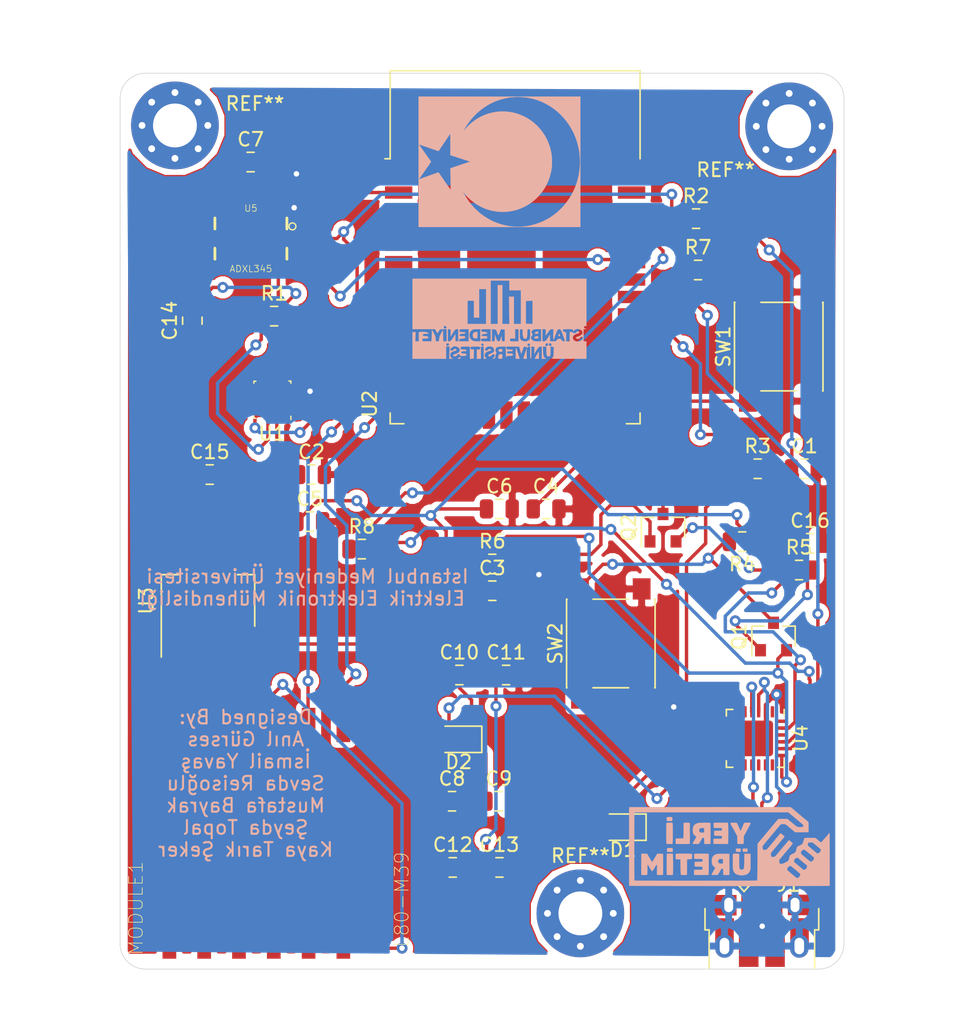
<source format=kicad_pcb>
(kicad_pcb (version 20171130) (host pcbnew "(5.0.1-3-g963ef8bb5)")
  (layers (0 F.Cu signal) (31 B.Cu signal) (34 B.Paste user) (35 F.Paste user) (36 B.SilkS user) (37 F.SilkS user) (38 B.Mask user) (39 F.Mask user) (44 Edge.Cuts user))
  (net 0 "")
  (net 1 GND)
  (net 2 en)
  (net 3 IOBoot)
  (net 4 +5V)
  (net 5 vcc)
  (net 6 "Net-(D1-Pad2)")
  (net 7 d-)
  (net 8 d+)
  (net 9 "Net-(J1-Pad4)")
  (net 10 rts)
  (net 11 "Net-(Q1-Pad1)")
  (net 12 "Net-(Q2-Pad1)")
  (net 13 dtr)
  (net 14 sda)
  (net 15 scl)
  (net 16 IO5)
  (net 17 txtorx)
  (net 18 "Net-(R7-Pad2)")
  (net 19 "Net-(R8-Pad2)")
  (net 20 rxtotx)
  (net 21 "Net-(U4-Pad1)")
  (net 22 "Net-(U4-Pad5)")
  (net 23 "Net-(U4-Pad6)")
  (net 24 "Net-(U4-Pad9)")
  (net 25 "Net-(U4-Pad10)")
  (net 26 "Net-(U4-Pad11)")
  (net 27 "Net-(U4-Pad12)")
  (net 28 "Net-(U4-Pad13)")
  (net 29 "Net-(U4-Pad14)")
  (net 30 "Net-(U4-Pad15)")
  (net 31 "Net-(U4-Pad16)")
  (net 32 "Net-(U4-Pad17)")
  (net 33 "Net-(U4-Pad18)")
  (net 34 "Net-(U4-Pad22)")
  (net 35 "Net-(U4-Pad24)")
  (net 36 "Net-(U2-Pad37)")
  (net 37 "Net-(U2-Pad32)")
  (net 38 "Net-(U2-Pad31)")
  (net 39 "Net-(U2-Pad30)")
  (net 40 "Net-(U2-Pad28)")
  (net 41 "Net-(U2-Pad27)")
  (net 42 "Net-(U2-Pad26)")
  (net 43 "Net-(U2-Pad24)")
  (net 44 "Net-(U2-Pad23)")
  (net 45 "Net-(U2-Pad22)")
  (net 46 "Net-(U2-Pad21)")
  (net 47 "Net-(U2-Pad20)")
  (net 48 "Net-(U2-Pad19)")
  (net 49 "Net-(U2-Pad18)")
  (net 50 "Net-(U2-Pad17)")
  (net 51 "Net-(U2-Pad16)")
  (net 52 "Net-(U2-Pad12)")
  (net 53 "Net-(U2-Pad11)")
  (net 54 "Net-(U2-Pad10)")
  (net 55 "Net-(U2-Pad9)")
  (net 56 "Net-(U2-Pad8)")
  (net 57 "Net-(U2-Pad7)")
  (net 58 "Net-(U2-Pad6)")
  (net 59 "Net-(U2-Pad5)")
  (net 60 "Net-(U2-Pad4)")
  (net 61 "Net-(U2-Pad3)")
  (net 62 vccad)
  (net 63 gpsrx)
  (net 64 gpstx)
  (net 65 "Net-(MODULE1-Pad12)")
  (net 66 "Net-(MODULE1-Pad6)")
  (net 67 "Net-(MODULE1-Pad7)")
  (net 68 "Net-(MODULE1-Pad8)")
  (net 69 "Net-(MODULE1-Pad10)")
  (net 70 "Net-(MODULE1-Pad11)")
  (net 71 "Net-(U5-Pad3)")
  (net 72 "Net-(U5-Pad12)")
  (net 73 "Net-(U5-Pad11)")
  (net 74 "Net-(U5-Pad10)")
  (net 75 "Net-(U5-Pad9)")
  (net 76 "Net-(U5-Pad8)")
  (net 77 "Net-(U5-Pad7)")
  (module Capacitor_SMD:C_0805_2012Metric (layer F.Cu) (at 222.916001 79.521501)
    (fp_text reference C1 (at 0 -1.65) (layer F.SilkS))
    (fp_text value 100n)
    (pad 1 smd roundrect (at -0.9375 0) (size 0.975 1.4) (layers F.Cu F.Paste F.Mask) (net 62 vccad))
    (pad 2 smd roundrect (at 0.9375 0) (size 0.975 1.4) (layers F.Cu F.Paste F.Mask) (net 1 GND))
  )
  (module Capacitor_SMD:C_0805_2012Metric (layer F.Cu) (at 186.944 79.9465)
    (fp_text reference C2 (at 0 -1.65) (layer F.SilkS))
    (fp_text value 100n)
    (pad 2 smd roundrect (at 0.9375 0) (size 0.975 1.4) (layers F.Cu F.Paste F.Mask) (net 1 GND))
    (pad 1 smd roundrect (at -0.9375 0) (size 0.975 1.4) (layers F.Cu F.Paste F.Mask) (net 62 vccad))
  )
  (module Capacitor_SMD:C_0805_2012Metric (layer F.Cu) (at 200.138001 88.416501)
    (fp_text reference C3 (at 0 -1.65) (layer F.SilkS))
    (fp_text value 1nF)
    (pad 2 smd roundrect (at 0.9375 0) (size 0.975 1.4) (layers F.Cu F.Paste F.Mask) (net 1 GND))
    (pad 1 smd roundrect (at -0.9375 0) (size 0.975 1.4) (layers F.Cu F.Paste F.Mask) (net 2 en))
  )
  (module Capacitor_SMD:C_0805_2012Metric (layer F.Cu) (at 204.063501 82.451501)
    (fp_text reference C4 (at 0 -1.65) (layer F.SilkS))
    (fp_text value 1nF)
    (pad 1 smd roundrect (at -0.9375 0) (size 0.975 1.4) (layers F.Cu F.Paste F.Mask) (net 3 IOBoot))
    (pad 2 smd roundrect (at 0.9375 0) (size 0.975 1.4) (layers F.Cu F.Paste F.Mask) (net 1 GND))
  )
  (module Capacitor_SMD:C_0805_2012Metric (layer F.Cu) (at 186.817 83.3755)
    (fp_text reference C5 (at 0 -1.65) (layer F.SilkS))
    (fp_text value 100uF)
    (pad 1 smd roundrect (at -0.9375 0) (size 0.975 1.4) (layers F.Cu F.Paste F.Mask) (net 62 vccad))
    (pad 2 smd roundrect (at 0.9375 0) (size 0.975 1.4) (layers F.Cu F.Paste F.Mask) (net 1 GND))
  )
  (module Capacitor_SMD:C_0805_2012Metric (layer F.Cu) (at 200.653501 82.451501)
    (fp_text reference C6 (at 0 -1.65) (layer F.SilkS))
    (fp_text value 0.1uF)
    (pad 2 smd roundrect (at 0.9375 0) (size 0.975 1.4) (layers F.Cu F.Paste F.Mask) (net 1 GND))
    (pad 1 smd roundrect (at -0.9375 0) (size 0.975 1.4) (layers F.Cu F.Paste F.Mask) (net 62 vccad))
  )
  (module Capacitor_SMD:C_0805_2012Metric (layer F.Cu) (at 182.499 57.15)
    (fp_text reference C7 (at 0 -1.65) (layer F.SilkS))
    (fp_text value 10uF)
    (pad 1 smd roundrect (at -0.9375 0) (size 0.975 1.4) (layers F.Cu F.Paste F.Mask) (net 62 vccad))
    (pad 2 smd roundrect (at 0.9375 0) (size 0.975 1.4) (layers F.Cu F.Paste F.Mask) (net 1 GND))
  )
  (module Capacitor_SMD:C_0805_2012Metric (layer F.Cu) (at 197.200001 103.772001)
    (fp_text reference C8 (at 0 -1.65) (layer F.SilkS))
    (fp_text value 0.1uF)
    (pad 2 smd roundrect (at 0.9375 0) (size 0.975 1.4) (layers F.Cu F.Paste F.Mask) (net 1 GND))
    (pad 1 smd roundrect (at -0.9375 0) (size 0.975 1.4) (layers F.Cu F.Paste F.Mask) (net 4 +5V))
  )
  (module Capacitor_SMD:C_0805_2012Metric (layer F.Cu) (at 200.610001 103.772001)
    (fp_text reference C9 (at 0 -1.65) (layer F.SilkS))
    (fp_text value 0.1uF)
    (pad 1 smd roundrect (at -0.9375 0) (size 0.975 1.4) (layers F.Cu F.Paste F.Mask) (net 5 vcc))
    (pad 2 smd roundrect (at 0.9375 0) (size 0.975 1.4) (layers F.Cu F.Paste F.Mask) (net 1 GND))
  )
  (module Capacitor_SMD:C_0805_2012Metric (layer F.Cu) (at 197.733501 94.564501)
    (fp_text reference C10 (at 0 -1.65) (layer F.SilkS))
    (fp_text value 10uF)
    (pad 2 smd roundrect (at 0.9375 0) (size 0.975 1.4) (layers F.Cu F.Paste F.Mask) (net 1 GND))
    (pad 1 smd roundrect (at -0.9375 0) (size 0.975 1.4) (layers F.Cu F.Paste F.Mask) (net 5 vcc))
  )
  (module Capacitor_SMD:C_0805_2012Metric (layer F.Cu) (at 201.143501 94.564501)
    (fp_text reference C11 (at 0 -1.65) (layer F.SilkS))
    (fp_text value 0.1uF)
    (pad 1 smd roundrect (at -0.9375 0) (size 0.975 1.4) (layers F.Cu F.Paste F.Mask) (net 62 vccad))
    (pad 2 smd roundrect (at 0.9375 0) (size 0.975 1.4) (layers F.Cu F.Paste F.Mask) (net 1 GND))
  )
  (module Capacitor_SMD:C_0805_2012Metric (layer F.Cu) (at 197.251001 108.598001)
    (fp_text reference C12 (at 0 -1.65) (layer F.SilkS))
    (fp_text value 0.1uF)
    (pad 1 smd roundrect (at -0.9375 0) (size 0.975 1.4) (layers F.Cu F.Paste F.Mask) (net 1 GND))
    (pad 2 smd roundrect (at 0.9375 0) (size 0.975 1.4) (layers F.Cu F.Paste F.Mask) (net 62 vccad))
  )
  (module Capacitor_SMD:C_0805_2012Metric (layer F.Cu) (at 200.661001 108.598001)
    (fp_text reference C13 (at 0 -1.65) (layer F.SilkS))
    (fp_text value 10uF)
    (pad 2 smd roundrect (at 0.9375 0) (size 0.975 1.4) (layers F.Cu F.Paste F.Mask) (net 1 GND))
    (pad 1 smd roundrect (at -0.9375 0) (size 0.975 1.4) (layers F.Cu F.Paste F.Mask) (net 62 vccad))
  )
  (module Capacitor_SMD:C_0805_2012Metric (layer F.Cu) (at 178.2445 68.722 90)
    (fp_text reference C14 (at 0 -1.65 90) (layer F.SilkS))
    (fp_text value 10uF)
    (pad 2 smd roundrect (at 0.9375 0 90) (size 0.975 1.4) (layers F.Cu F.Paste F.Mask) (net 62 vccad))
    (pad 1 smd roundrect (at -0.9375 0 90) (size 0.975 1.4) (layers F.Cu F.Paste F.Mask) (net 1 GND))
  )
  (module Capacitor_SMD:C_0805_2012Metric (layer F.Cu) (at 179.5145 79.9465)
    (fp_text reference C15 (at 0 -1.65) (layer F.SilkS))
    (fp_text value 100nF)
    (pad 2 smd roundrect (at 0.9375 0) (size 0.975 1.4) (layers F.Cu F.Paste F.Mask) (net 62 vccad))
    (pad 1 smd roundrect (at -0.9375 0) (size 0.975 1.4) (layers F.Cu F.Paste F.Mask) (net 1 GND))
  )
  (module Capacitor_SMD:C_0805_2012Metric (layer F.Cu) (at 223.334501 84.959001)
    (fp_text reference C16 (at 0 -1.65) (layer F.SilkS))
    (fp_text value 100nF)
    (pad 1 smd roundrect (at -0.9375 0) (size 0.975 1.4) (layers F.Cu F.Paste F.Mask) (net 62 vccad))
    (pad 2 smd roundrect (at 0.9375 0) (size 0.975 1.4) (layers F.Cu F.Paste F.Mask) (net 1 GND))
  )
  (module LED_SMD:LED_0805_2012Metric (layer F.Cu) (at 209.677 105.664 180)
    (fp_text reference D1 (at 0 -1.65 180) (layer F.SilkS))
    (fp_text value LED)
    (pad 1 smd roundrect (at -0.9375 0 180) (size 0.975 1.4) (layers F.Cu F.Paste F.Mask) (net 1 GND))
    (pad 2 smd roundrect (at 0.9375 0 180) (size 0.975 1.4) (layers F.Cu F.Paste F.Mask) (net 6 "Net-(D1-Pad2)"))
  )
  (module Diode_SMD:D_0805_2012Metric (layer F.Cu) (at 197.687499 99.255999 180)
    (fp_text reference D2 (at 0 -1.65 180) (layer F.SilkS))
    (fp_text value D)
    (pad 1 smd roundrect (at -0.9375 0 180) (size 0.975 1.4) (layers F.Cu F.Paste F.Mask) (net 5 vcc))
    (pad 2 smd roundrect (at 0.9375 0 180) (size 0.975 1.4) (layers F.Cu F.Paste F.Mask) (net 4 +5V))
  )
  (module Connector_USB:USB_Micro-B_Amphenol_10103594-0001LF_Horizontal (layer F.Cu) (at 219.837 113.2205)
    (fp_text reference J1 (at 1.925 -3.365) (layer F.SilkS))
    (fp_text value USB_B_Micro)
    (pad 6 smd rect (at 2.725 0.185) (size 1.35 2) (layers F.Cu F.Paste F.Mask) (net 1 GND))
    (pad 6 smd rect (at -2.755 0.185) (size 1.35 2) (layers F.Cu F.Paste F.Mask) (net 1 GND))
    (pad 6 smd rect (at -2.975 -0.565) (size 1.825 0.7) (layers F.Cu F.Paste F.Mask) (net 1 GND))
    (pad 6 smd rect (at 2.975 -0.565) (size 1.825 0.7) (layers F.Cu F.Paste F.Mask) (net 1 GND))
    (pad 6 smd rect (at -2.875 -1.865) (size 2 1.5) (layers F.Cu F.Paste F.Mask) (net 1 GND))
    (pad 6 smd rect (at 2.875 -1.885) (size 2 1.5) (layers F.Cu F.Paste F.Mask) (net 1 GND))
    (pad 1 smd rect (at -1.325 -1.765 90) (size 1.65 0.4) (layers F.Cu F.Paste F.Mask) (net 4 +5V))
    (pad 2 smd rect (at -0.675 -1.765 90) (size 1.65 0.4) (layers F.Cu F.Paste F.Mask) (net 7 d-))
    (pad 3 smd rect (at -0.025 -1.765 90) (size 1.65 0.4) (layers F.Cu F.Paste F.Mask) (net 8 d+))
    (pad 4 smd rect (at 0.625 -1.765 90) (size 1.65 0.4) (layers F.Cu F.Paste F.Mask) (net 9 "Net-(J1-Pad4)"))
    (pad 5 smd rect (at 1.275 -1.765 90) (size 1.65 0.4) (layers F.Cu F.Paste F.Mask) (net 1 GND))
    (pad 6 thru_hole oval (at -2.445 -1.885 90) (size 1.5 1.1) (drill oval 1.05 0.65) (layers *.Cu *.Mask) (net 1 GND))
    (pad 6 thru_hole oval (at 2.395 -1.885 90) (size 1.5 1.1) (drill oval 1.05 0.65) (layers *.Cu *.Mask) (net 1 GND))
    (pad 6 thru_hole oval (at -2.755 1.115 90) (size 1.7 1.35) (drill oval 1.2 0.7) (layers *.Cu *.Mask) (net 1 GND))
    (pad 6 thru_hole oval (at 2.705 1.115 90) (size 1.7 1.35) (drill oval 1.2 0.7) (layers *.Cu *.Mask) (net 1 GND))
    (pad 6 smd rect (at -0.985 1.385 90) (size 2.5 1.43) (layers F.Cu F.Paste F.Mask) (net 1 GND))
    (pad 6 smd rect (at 0.935 1.385 90) (size 2.5 1.43) (layers F.Cu F.Paste F.Mask) (net 1 GND))
  )
  (module RF_Module:QUECTEL_L80-M39 (layer F.Cu) (at 183.769 106.1085 90)
    (fp_text reference MODULE1 (at -5.46263 -9.63964 90) (layer F.SilkS) (effects (font (size 1.00048 1.00048) (thickness 0.05))))
    (fp_text value L80-M39 (at -4.83142 9.76375 90) (layer F.SilkS) (effects (font (size 1.00086 1.00086) (thickness 0.05))))
    (fp_text user 1 (at 11.009 6.00491 90) (layer Edge.Cuts) (effects (font (thickness 0.05))))
    (fp_text user 12 (at -13.0138 6.00637 90) (layer Edge.Cuts) (effects (font (thickness 0.05))))
    (pad 1 smd rect (at 7.9 5.5 90) (size 2.5 1) (layers F.Cu F.Paste F.Mask) (net 63 gpsrx))
    (pad 2 smd rect (at 7.9 2.96 90) (size 2.5 1) (layers F.Cu F.Paste F.Mask) (net 64 gpstx))
    (pad 3 smd rect (at 7.9 0.42 90) (size 2.5 1) (layers F.Cu F.Paste F.Mask) (net 65 "Net-(MODULE1-Pad12)"))
    (pad 4 smd rect (at 7.9 -2.12 90) (size 2.5 1) (layers F.Cu F.Paste F.Mask) (net 62 vccad))
    (pad 5 smd rect (at 7.9 -4.66 90) (size 2.5 1) (layers F.Cu F.Paste F.Mask) (net 62 vccad))
    (pad 6 smd rect (at 7.9 -7.2 90) (size 2.5 1) (layers F.Cu F.Paste F.Mask) (net 66 "Net-(MODULE1-Pad6)"))
    (pad 7 smd rect (at -7.9 -7.2 270) (size 2.5 1) (layers F.Cu F.Paste F.Mask) (net 67 "Net-(MODULE1-Pad7)"))
    (pad 8 smd rect (at -7.9 -4.66 270) (size 2.5 1) (layers F.Cu F.Paste F.Mask) (net 68 "Net-(MODULE1-Pad8)"))
    (pad 9 smd rect (at -7.9 -2.12 270) (size 2.5 1) (layers F.Cu F.Paste F.Mask))
    (pad 10 smd rect (at -7.9 0.42 270) (size 2.5 1) (layers F.Cu F.Paste F.Mask) (net 69 "Net-(MODULE1-Pad10)"))
    (pad 11 smd rect (at -7.9 2.96 270) (size 2.5 1) (layers F.Cu F.Paste F.Mask) (net 70 "Net-(MODULE1-Pad11)"))
    (pad 12 smd rect (at -7.9 5.5 270) (size 2.5 1) (layers F.Cu F.Paste F.Mask) (net 65 "Net-(MODULE1-Pad12)"))
  )
  (module Package_TO_SOT_SMD:SOT-23 (layer F.Cu) (at 220.6625 91.7575 90)
    (fp_text reference Q1 (at 0 -2.5 90) (layer F.SilkS))
    (fp_text value MMBT3904)
    (pad 3 smd rect (at 1 0 90) (size 0.9 0.8) (layers F.Cu F.Paste F.Mask) (net 2 en))
    (pad 2 smd rect (at -1 0.95 90) (size 0.9 0.8) (layers F.Cu F.Paste F.Mask) (net 10 rts))
    (pad 1 smd rect (at -1 -0.95 90) (size 0.9 0.8) (layers F.Cu F.Paste F.Mask) (net 11 "Net-(Q1-Pad1)"))
  )
  (module Package_TO_SOT_SMD:SOT-23 (layer F.Cu) (at 212.598 83.82 90)
    (fp_text reference Q2 (at 0 -2.5 90) (layer F.SilkS))
    (fp_text value MMBT3904)
    (pad 1 smd rect (at -1 -0.95 90) (size 0.9 0.8) (layers F.Cu F.Paste F.Mask) (net 12 "Net-(Q2-Pad1)"))
    (pad 2 smd rect (at -1 0.95 90) (size 0.9 0.8) (layers F.Cu F.Paste F.Mask) (net 13 dtr))
    (pad 3 smd rect (at 1 0 90) (size 0.9 0.8) (layers F.Cu F.Paste F.Mask) (net 3 IOBoot))
  )
  (module Resistor_SMD:R_0805_2012Metric (layer F.Cu) (at 184.2135 68.3895)
    (fp_text reference R1 (at 0 -1.65) (layer F.SilkS))
    (fp_text value 4.7K)
    (pad 2 smd roundrect (at 0.9375 0) (size 0.975 1.4) (layers F.Cu F.Paste F.Mask) (net 62 vccad))
    (pad 1 smd roundrect (at -0.9375 0) (size 0.975 1.4) (layers F.Cu F.Paste F.Mask) (net 14 sda))
  )
  (module Resistor_SMD:R_0805_2012Metric (layer F.Cu) (at 215.011 61.2775)
    (fp_text reference R2 (at 0 -1.65) (layer F.SilkS))
    (fp_text value 4.7K)
    (pad 1 smd roundrect (at -0.9375 0) (size 0.975 1.4) (layers F.Cu F.Paste F.Mask) (net 15 scl))
    (pad 2 smd roundrect (at 0.9375 0) (size 0.975 1.4) (layers F.Cu F.Paste F.Mask) (net 62 vccad))
  )
  (module Resistor_SMD:R_0805_2012Metric (layer F.Cu) (at 219.506001 79.521501)
    (fp_text reference R3 (at 0 -1.65) (layer F.SilkS))
    (fp_text value 10K)
    (pad 2 smd roundrect (at 0.9375 0) (size 0.975 1.4) (layers F.Cu F.Paste F.Mask) (net 16 IO5))
    (pad 1 smd roundrect (at -0.9375 0) (size 0.975 1.4) (layers F.Cu F.Paste F.Mask) (net 6 "Net-(D1-Pad2)"))
  )
  (module Resistor_SMD:R_0805_2012Metric (layer F.Cu) (at 218.3765 84.836 180)
    (fp_text reference R4 (at 0 -1.65 180) (layer F.SilkS))
    (fp_text value 10K)
    (pad 1 smd roundrect (at -0.9375 0 180) (size 0.975 1.4) (layers F.Cu F.Paste F.Mask) (net 62 vccad))
    (pad 2 smd roundrect (at 0.9375 0 180) (size 0.975 1.4) (layers F.Cu F.Paste F.Mask) (net 2 en))
  )
  (module Resistor_SMD:R_0805_2012Metric (layer F.Cu) (at 222.524501 86.909001)
    (fp_text reference R5 (at 0 -1.65) (layer F.SilkS))
    (fp_text value 10K)
    (pad 1 smd roundrect (at -0.9375 0) (size 0.975 1.4) (layers F.Cu F.Paste F.Mask) (net 13 dtr))
    (pad 2 smd roundrect (at 0.9375 0) (size 0.975 1.4) (layers F.Cu F.Paste F.Mask) (net 11 "Net-(Q1-Pad1)"))
  )
  (module Resistor_SMD:R_0805_2012Metric (layer F.Cu) (at 200.138001 86.466501)
    (fp_text reference R6 (at 0 -1.65) (layer F.SilkS))
    (fp_text value 10K)
    (pad 2 smd roundrect (at 0.9375 0) (size 0.975 1.4) (layers F.Cu F.Paste F.Mask) (net 12 "Net-(Q2-Pad1)"))
    (pad 1 smd roundrect (at -0.9375 0) (size 0.975 1.4) (layers F.Cu F.Paste F.Mask) (net 10 rts))
  )
  (module Resistor_SMD:R_0805_2012Metric (layer F.Cu) (at 215.153 65.024)
    (fp_text reference R7 (at 0 -1.65) (layer F.SilkS))
    (fp_text value 100R)
    (pad 1 smd roundrect (at -0.9375 0) (size 0.975 1.4) (layers F.Cu F.Paste F.Mask) (net 17 txtorx))
    (pad 2 smd roundrect (at 0.9375 0) (size 0.975 1.4) (layers F.Cu F.Paste F.Mask) (net 18 "Net-(R7-Pad2)"))
  )
  (module Resistor_SMD:R_0805_2012Metric (layer F.Cu) (at 190.616001 85.382001)
    (fp_text reference R8 (at 0 -1.65) (layer F.SilkS))
    (fp_text value 100R)
    (pad 2 smd roundrect (at 0.9375 0) (size 0.975 1.4) (layers F.Cu F.Paste F.Mask) (net 19 "Net-(R8-Pad2)"))
    (pad 1 smd roundrect (at -0.9375 0) (size 0.975 1.4) (layers F.Cu F.Paste F.Mask) (net 20 rxtotx))
  )
  (module Button_Switch_SMD:SW_SPST_PTS645 (layer F.Cu) (at 221.0435 70.612 90)
    (fp_text reference SW1 (at 0 -4.05 90) (layer F.SilkS))
    (fp_text value SW_Push)
    (pad 2 smd rect (at 3.98 2.25 90) (size 1.55 1.3) (layers F.Cu F.Paste F.Mask) (net 1 GND))
    (pad 1 smd rect (at 3.98 -2.25 90) (size 1.55 1.3) (layers F.Cu F.Paste F.Mask) (net 3 IOBoot))
    (pad 1 smd rect (at -3.98 -2.25 90) (size 1.55 1.3) (layers F.Cu F.Paste F.Mask) (net 3 IOBoot))
    (pad 2 smd rect (at -3.98 2.25 90) (size 1.55 1.3) (layers F.Cu F.Paste F.Mask) (net 1 GND))
  )
  (module Button_Switch_SMD:SW_SPST_PTS645 (layer F.Cu) (at 208.788 92.2655 90)
    (fp_text reference SW2 (at 0 -4.05 90) (layer F.SilkS))
    (fp_text value SW_Push)
    (pad 2 smd rect (at -3.98 2.25 90) (size 1.55 1.3) (layers F.Cu F.Paste F.Mask) (net 1 GND))
    (pad 1 smd rect (at -3.98 -2.25 90) (size 1.55 1.3) (layers F.Cu F.Paste F.Mask) (net 2 en))
    (pad 1 smd rect (at 3.98 -2.25 90) (size 1.55 1.3) (layers F.Cu F.Paste F.Mask) (net 2 en))
    (pad 2 smd rect (at 3.98 2.25 90) (size 1.55 1.3) (layers F.Cu F.Paste F.Mask) (net 1 GND))
  )
  (module Package_LGA:Bosch_LGA-8_2.5x2.5mm_P0.65mm_ClockwisePinNumbering (layer F.Cu) (at 184.0865 74.4855 180)
    (fp_text reference U1 (at 0.015 -2.465 180) (layer F.SilkS))
    (fp_text value BME280)
    (pad 4 smd rect (at 0.975 -1.025 270) (size 0.5 0.35) (layers F.Cu F.Paste F.Mask) (net 15 scl))
    (pad 3 smd rect (at 0.325 -1.025 270) (size 0.5 0.35) (layers F.Cu F.Paste F.Mask) (net 14 sda))
    (pad 2 smd rect (at -0.325 -1.025 270) (size 0.5 0.35) (layers F.Cu F.Paste F.Mask) (net 62 vccad))
    (pad 1 smd rect (at -0.975 -1.025 270) (size 0.5 0.35) (layers F.Cu F.Paste F.Mask) (net 1 GND))
    (pad 8 smd rect (at -0.975 1.025 270) (size 0.5 0.35) (layers F.Cu F.Paste F.Mask) (net 62 vccad))
    (pad 7 smd rect (at -0.325 1.025 270) (size 0.5 0.35) (layers F.Cu F.Paste F.Mask) (net 1 GND))
    (pad 6 smd rect (at 0.325 1.025 270) (size 0.5 0.35) (layers F.Cu F.Paste F.Mask) (net 62 vccad))
    (pad 5 smd rect (at 0.975 1.025 270) (size 0.5 0.35) (layers F.Cu F.Paste F.Mask) (net 1 GND))
  )
  (module RF_Module:ESP32-WROOM-32 (layer F.Cu) (at 201.803 66.3575)
    (fp_text reference U2 (at -10.61 8.43 90) (layer F.SilkS))
    (fp_text value ESP32-WROOM)
    (pad 39 smd rect (at -1 -0.755) (size 5 5) (layers F.Cu F.Paste F.Mask) (net 1 GND))
    (pad 1 smd rect (at -8.5 -8.255) (size 2 0.9) (layers F.Cu F.Paste F.Mask) (net 1 GND))
    (pad 2 smd rect (at -8.5 -6.985) (size 2 0.9) (layers F.Cu F.Paste F.Mask) (net 62 vccad))
    (pad 3 smd rect (at -8.5 -5.715) (size 2 0.9) (layers F.Cu F.Paste F.Mask) (net 61 "Net-(U2-Pad3)"))
    (pad 4 smd rect (at -8.5 -4.445) (size 2 0.9) (layers F.Cu F.Paste F.Mask) (net 60 "Net-(U2-Pad4)"))
    (pad 5 smd rect (at -8.5 -3.175) (size 2 0.9) (layers F.Cu F.Paste F.Mask) (net 59 "Net-(U2-Pad5)"))
    (pad 6 smd rect (at -8.5 -1.905) (size 2 0.9) (layers F.Cu F.Paste F.Mask) (net 58 "Net-(U2-Pad6)"))
    (pad 7 smd rect (at -8.5 -0.635) (size 2 0.9) (layers F.Cu F.Paste F.Mask) (net 57 "Net-(U2-Pad7)"))
    (pad 8 smd rect (at -8.5 0.635) (size 2 0.9) (layers F.Cu F.Paste F.Mask) (net 56 "Net-(U2-Pad8)"))
    (pad 9 smd rect (at -8.5 1.905) (size 2 0.9) (layers F.Cu F.Paste F.Mask) (net 55 "Net-(U2-Pad9)"))
    (pad 10 smd rect (at -8.5 3.175) (size 2 0.9) (layers F.Cu F.Paste F.Mask) (net 54 "Net-(U2-Pad10)"))
    (pad 11 smd rect (at -8.5 4.445) (size 2 0.9) (layers F.Cu F.Paste F.Mask) (net 53 "Net-(U2-Pad11)"))
    (pad 12 smd rect (at -8.5 5.715) (size 2 0.9) (layers F.Cu F.Paste F.Mask) (net 52 "Net-(U2-Pad12)"))
    (pad 13 smd rect (at -8.5 6.985) (size 2 0.9) (layers F.Cu F.Paste F.Mask) (net 64 gpstx))
    (pad 14 smd rect (at -8.5 8.255) (size 2 0.9) (layers F.Cu F.Paste F.Mask) (net 63 gpsrx))
    (pad 15 smd rect (at -5.715 9.255 90) (size 2 0.9) (layers F.Cu F.Paste F.Mask) (net 1 GND))
    (pad 16 smd rect (at -4.445 9.255 90) (size 2 0.9) (layers F.Cu F.Paste F.Mask) (net 51 "Net-(U2-Pad16)"))
    (pad 17 smd rect (at -3.175 9.255 90) (size 2 0.9) (layers F.Cu F.Paste F.Mask) (net 50 "Net-(U2-Pad17)"))
    (pad 18 smd rect (at -1.905 9.255 90) (size 2 0.9) (layers F.Cu F.Paste F.Mask) (net 49 "Net-(U2-Pad18)"))
    (pad 19 smd rect (at -0.635 9.255 90) (size 2 0.9) (layers F.Cu F.Paste F.Mask) (net 48 "Net-(U2-Pad19)"))
    (pad 20 smd rect (at 0.635 9.255 90) (size 2 0.9) (layers F.Cu F.Paste F.Mask) (net 47 "Net-(U2-Pad20)"))
    (pad 21 smd rect (at 1.905 9.255 90) (size 2 0.9) (layers F.Cu F.Paste F.Mask) (net 46 "Net-(U2-Pad21)"))
    (pad 22 smd rect (at 3.175 9.255 90) (size 2 0.9) (layers F.Cu F.Paste F.Mask) (net 45 "Net-(U2-Pad22)"))
    (pad 23 smd rect (at 4.445 9.255 90) (size 2 0.9) (layers F.Cu F.Paste F.Mask) (net 44 "Net-(U2-Pad23)"))
    (pad 24 smd rect (at 5.715 9.255 90) (size 2 0.9) (layers F.Cu F.Paste F.Mask) (net 43 "Net-(U2-Pad24)"))
    (pad 25 smd rect (at 8.5 8.255) (size 2 0.9) (layers F.Cu F.Paste F.Mask) (net 3 IOBoot))
    (pad 26 smd rect (at 8.5 6.985) (size 2 0.9) (layers F.Cu F.Paste F.Mask) (net 42 "Net-(U2-Pad26)"))
    (pad 27 smd rect (at 8.5 5.715) (size 2 0.9) (layers F.Cu F.Paste F.Mask) (net 41 "Net-(U2-Pad27)"))
    (pad 28 smd rect (at 8.5 4.445) (size 2 0.9) (layers F.Cu F.Paste F.Mask) (net 40 "Net-(U2-Pad28)"))
    (pad 29 smd rect (at 8.5 3.175) (size 2 0.9) (layers F.Cu F.Paste F.Mask) (net 16 IO5))
    (pad 30 smd rect (at 8.5 1.905) (size 2 0.9) (layers F.Cu F.Paste F.Mask) (net 39 "Net-(U2-Pad30)"))
    (pad 31 smd rect (at 8.5 0.635) (size 2 0.9) (layers F.Cu F.Paste F.Mask) (net 38 "Net-(U2-Pad31)"))
    (pad 32 smd rect (at 8.5 -0.635) (size 2 0.9) (layers F.Cu F.Paste F.Mask) (net 37 "Net-(U2-Pad32)"))
    (pad 33 smd rect (at 8.5 -1.905) (size 2 0.9) (layers F.Cu F.Paste F.Mask) (net 14 sda))
    (pad 34 smd rect (at 8.5 -3.175) (size 2 0.9) (layers F.Cu F.Paste F.Mask) (net 20 rxtotx))
    (pad 35 smd rect (at 8.5 -4.445) (size 2 0.9) (layers F.Cu F.Paste F.Mask) (net 17 txtorx))
    (pad 36 smd rect (at 8.5 -5.715) (size 2 0.9) (layers F.Cu F.Paste F.Mask) (net 15 scl))
    (pad 37 smd rect (at 8.5 -6.985) (size 2 0.9) (layers F.Cu F.Paste F.Mask) (net 36 "Net-(U2-Pad37)"))
    (pad 38 smd rect (at 8.5 -8.255) (size 2 0.9) (layers F.Cu F.Paste F.Mask) (net 1 GND))
  )
  (module Package_TO_SOT_SMD:SOT-223-3_TabPin2 (layer F.Cu) (at 179.3875 89.154 90)
    (fp_text reference U3 (at 0 -4.5 90) (layer F.SilkS))
    (fp_text value NCP1117-3.3_SOT223)
    (pad 2 smd rect (at 3.15 0 90) (size 2 3.8) (layers F.Cu F.Paste F.Mask) (net 62 vccad))
    (pad 2 smd rect (at -3.15 0 90) (size 2 1.5) (layers F.Cu F.Paste F.Mask) (net 62 vccad))
    (pad 3 smd rect (at -3.15 2.3 90) (size 2 1.5) (layers F.Cu F.Paste F.Mask) (net 5 vcc))
    (pad 1 smd rect (at -3.15 -2.3 90) (size 2 1.5) (layers F.Cu F.Paste F.Mask) (net 1 GND))
  )
  (module Package_DFN_QFN:QFN-24-1EP_4x4mm_P0.5mm_EP2.6x2.6mm (layer F.Cu) (at 219.329 99.187 270)
    (fp_text reference U4 (at 0 -3.3 270) (layer F.SilkS))
    (fp_text value CP2102N-A01-GQFN24)
    (pad 25 smd roundrect (at 0 0 270) (size 2.6 2.6) (layers F.Cu F.Mask) (roundrect_rratio 0.096154) (net 1 GND))
    (pad 1 smd roundrect (at -1.9375 -1.25 270) (size 0.825 0.25) (layers F.Cu F.Paste F.Mask) (net 21 "Net-(U4-Pad1)"))
    (pad 2 smd roundrect (at -1.9375 -0.75 270) (size 0.825 0.25) (layers F.Cu F.Paste F.Mask) (net 1 GND))
    (pad 3 smd roundrect (at -1.9375 -0.25 270) (size 0.825 0.25) (layers F.Cu F.Paste F.Mask) (net 8 d+))
    (pad 4 smd roundrect (at -1.9375 0.25 270) (size 0.825 0.25) (layers F.Cu F.Paste F.Mask) (net 7 d-))
    (pad 5 smd roundrect (at -1.9375 0.75 270) (size 0.825 0.25) (layers F.Cu F.Paste F.Mask) (net 22 "Net-(U4-Pad5)"))
    (pad 6 smd roundrect (at -1.9375 1.25 270) (size 0.825 0.25) (layers F.Cu F.Paste F.Mask) (net 23 "Net-(U4-Pad6)"))
    (pad 7 smd roundrect (at -1.25 1.9375 270) (size 0.25 0.825) (layers F.Cu F.Paste F.Mask) (net 4 +5V))
    (pad 8 smd roundrect (at -0.75 1.9375 270) (size 0.25 0.825) (layers F.Cu F.Paste F.Mask) (net 4 +5V))
    (pad 9 smd roundrect (at -0.25 1.9375 270) (size 0.25 0.825) (layers F.Cu F.Paste F.Mask) (net 24 "Net-(U4-Pad9)"))
    (pad 10 smd roundrect (at 0.25 1.9375 270) (size 0.25 0.825) (layers F.Cu F.Paste F.Mask) (net 25 "Net-(U4-Pad10)"))
    (pad 11 smd roundrect (at 0.75 1.9375 270) (size 0.25 0.825) (layers F.Cu F.Paste F.Mask) (net 26 "Net-(U4-Pad11)"))
    (pad 12 smd roundrect (at 1.25 1.9375 270) (size 0.25 0.825) (layers F.Cu F.Paste F.Mask) (net 27 "Net-(U4-Pad12)"))
    (pad 13 smd roundrect (at 1.9375 1.25 270) (size 0.825 0.25) (layers F.Cu F.Paste F.Mask) (net 28 "Net-(U4-Pad13)"))
    (pad 14 smd roundrect (at 1.9375 0.75 270) (size 0.825 0.25) (layers F.Cu F.Paste F.Mask) (net 29 "Net-(U4-Pad14)"))
    (pad 15 smd roundrect (at 1.9375 0.25 270) (size 0.825 0.25) (layers F.Cu F.Paste F.Mask) (net 30 "Net-(U4-Pad15)"))
    (pad 16 smd roundrect (at 1.9375 -0.25 270) (size 0.825 0.25) (layers F.Cu F.Paste F.Mask) (net 31 "Net-(U4-Pad16)"))
    (pad 17 smd roundrect (at 1.9375 -0.75 270) (size 0.825 0.25) (layers F.Cu F.Paste F.Mask) (net 32 "Net-(U4-Pad17)"))
    (pad 18 smd roundrect (at 1.9375 -1.25 270) (size 0.825 0.25) (layers F.Cu F.Paste F.Mask) (net 33 "Net-(U4-Pad18)"))
    (pad 19 smd roundrect (at 1.25 -1.9375 270) (size 0.25 0.825) (layers F.Cu F.Paste F.Mask) (net 10 rts))
    (pad 20 smd roundrect (at 0.75 -1.9375 270) (size 0.25 0.825) (layers F.Cu F.Paste F.Mask) (net 18 "Net-(R7-Pad2)"))
    (pad 21 smd roundrect (at 0.25 -1.9375 270) (size 0.25 0.825) (layers F.Cu F.Paste F.Mask) (net 19 "Net-(R8-Pad2)"))
    (pad 22 smd roundrect (at -0.25 -1.9375 270) (size 0.25 0.825) (layers F.Cu F.Paste F.Mask) (net 34 "Net-(U4-Pad22)"))
    (pad 23 smd roundrect (at -0.75 -1.9375 270) (size 0.25 0.825) (layers F.Cu F.Paste F.Mask) (net 13 dtr))
    (pad 24 smd roundrect (at -1.25 -1.9375 270) (size 0.25 0.825) (layers F.Cu F.Paste F.Mask) (net 35 "Net-(U4-Pad24)"))
  )
  (module Sensor_Motion:LGA-14 (layer F.Cu) (at 182.518 62.7331)
    (fp_text reference U5 (at 0 -2.2098) (layer F.SilkS) (effects (font (size 0.48 0.48) (thickness 0.05))))
    (fp_text value ADXL345 (at 0 2.2098) (layer F.SilkS) (effects (font (size 0.48 0.48) (thickness 0.05))))
    (fp_text user X (at -0.127 0.254) (layer Edge.Cuts) (effects (font (thickness 0.05))))
    (fp_text user Y (at -0.508 0.254) (layer Edge.Cuts) (effects (font (thickness 0.05))))
    (fp_text user Z (at -0.127 -0.127) (layer Edge.Cuts) (effects (font (thickness 0.05))))
    (pad 6 smd rect (at -2 -1.1381 180) (size 0.5 1.1238) (layers F.Cu F.Paste F.Mask) (net 62 vccad))
    (pad 5 smd rect (at -1.2 -1.1381 180) (size 0.5 1.1238) (layers F.Cu F.Paste F.Mask) (net 1 GND))
    (pad 4 smd rect (at -0.4 -1.1381 180) (size 0.5 1.1238) (layers F.Cu F.Paste F.Mask) (net 1 GND))
    (pad 3 smd rect (at 0.4 -1.1381 180) (size 0.5 1.1238) (layers F.Cu F.Paste F.Mask) (net 71 "Net-(U5-Pad3)"))
    (pad 2 smd rect (at 1.2 -1.1381 180) (size 0.5 1.1238) (layers F.Cu F.Paste F.Mask) (net 1 GND))
    (pad 1 smd rect (at 2 -1.1381) (size 0.5 1.1238) (layers F.Cu F.Paste F.Mask) (net 62 vccad))
    (pad 14 smd rect (at 2.1 0 90) (size 0.5 1.1238) (layers F.Cu F.Paste F.Mask) (net 15 scl))
    (pad 13 smd rect (at 2 1.1381) (size 0.5 1.1238) (layers F.Cu F.Paste F.Mask) (net 14 sda))
    (pad 12 smd rect (at 1.2 1.1381) (size 0.5 1.1238) (layers F.Cu F.Paste F.Mask) (net 72 "Net-(U5-Pad12)"))
    (pad 11 smd rect (at 0.4 1.1381) (size 0.5 1.1238) (layers F.Cu F.Paste F.Mask) (net 73 "Net-(U5-Pad11)"))
    (pad 10 smd rect (at -0.4 1.1381) (size 0.5 1.1238) (layers F.Cu F.Paste F.Mask) (net 74 "Net-(U5-Pad10)"))
    (pad 9 smd rect (at -1.2 1.1381 180) (size 0.5 1.1238) (layers F.Cu F.Paste F.Mask) (net 75 "Net-(U5-Pad9)"))
    (pad 8 smd rect (at -2 1.13048 180) (size 0.5 1.1238) (layers F.Cu F.Paste F.Mask) (net 76 "Net-(U5-Pad8)"))
    (pad 7 smd rect (at -2.1 0 270) (size 0.5 1.1238) (layers F.Cu F.Paste F.Mask) (net 77 "Net-(U5-Pad7)"))
  )
  (module MountingHole:MountingHole_3.2mm_M3_Pad_Via (layer F.Cu) (at 221.8055 54.5465)
    (fp_text reference REF** (at -4.6355 3.175) (layer F.SilkS))
    (fp_text value MountingHole_3.2mm_M3_Pad_Via)
    (pad 1 thru_hole circle (at 1.697056 -1.697056) (size 0.8 0.8) (drill 0.5) (layers *.Cu *.Mask))
    (pad 1 thru_hole circle (at 0 -2.4) (size 0.8 0.8) (drill 0.5) (layers *.Cu *.Mask))
    (pad 1 thru_hole circle (at -1.697056 -1.697056) (size 0.8 0.8) (drill 0.5) (layers *.Cu *.Mask))
    (pad 1 thru_hole circle (at -2.4 0) (size 0.8 0.8) (drill 0.5) (layers *.Cu *.Mask))
    (pad 1 thru_hole circle (at -1.697056 1.697056) (size 0.8 0.8) (drill 0.5) (layers *.Cu *.Mask))
    (pad 1 thru_hole circle (at 0 2.4) (size 0.8 0.8) (drill 0.5) (layers *.Cu *.Mask))
    (pad 1 thru_hole circle (at 1.697056 1.697056) (size 0.8 0.8) (drill 0.5) (layers *.Cu *.Mask))
    (pad 1 thru_hole circle (at 2.4 0) (size 0.8 0.8) (drill 0.5) (layers *.Cu *.Mask))
    (pad 1 thru_hole circle (at 0 0) (size 6.4 6.4) (drill 3.2) (layers *.Cu *.Mask))
  )
  (module MountingHole:MountingHole_3.2mm_M3_Pad_Via (layer F.Cu) (at 176.9745 54.483)
    (fp_text reference REF** (at 5.842 -1.5875) (layer F.SilkS))
    (fp_text value MountingHole_3.2mm_M3_Pad_Via)
    (pad 1 thru_hole circle (at 1.697056 -1.697056) (size 0.8 0.8) (drill 0.5) (layers *.Cu *.Mask))
    (pad 1 thru_hole circle (at 0 -2.4) (size 0.8 0.8) (drill 0.5) (layers *.Cu *.Mask))
    (pad 1 thru_hole circle (at -1.697056 -1.697056) (size 0.8 0.8) (drill 0.5) (layers *.Cu *.Mask))
    (pad 1 thru_hole circle (at -2.4 0) (size 0.8 0.8) (drill 0.5) (layers *.Cu *.Mask))
    (pad 1 thru_hole circle (at -1.697056 1.697056) (size 0.8 0.8) (drill 0.5) (layers *.Cu *.Mask))
    (pad 1 thru_hole circle (at 0 2.4) (size 0.8 0.8) (drill 0.5) (layers *.Cu *.Mask))
    (pad 1 thru_hole circle (at 1.697056 1.697056) (size 0.8 0.8) (drill 0.5) (layers *.Cu *.Mask))
    (pad 1 thru_hole circle (at 2.4 0) (size 0.8 0.8) (drill 0.5) (layers *.Cu *.Mask))
    (pad 1 thru_hole circle (at 0 0) (size 6.4 6.4) (drill 3.2) (layers *.Cu *.Mask))
  )
  (module MountingHole:MountingHole_3.2mm_M3_Pad_Via (layer F.Cu) (at 206.5655 111.9505)
    (fp_text reference REF** (at 0 -4.2) (layer F.SilkS))
    (fp_text value MountingHole_3.2mm_M3_Pad_Via)
    (pad 1 thru_hole circle (at 1.697056 -1.697056) (size 0.8 0.8) (drill 0.5) (layers *.Cu *.Mask))
    (pad 1 thru_hole circle (at 0 -2.4) (size 0.8 0.8) (drill 0.5) (layers *.Cu *.Mask))
    (pad 1 thru_hole circle (at -1.697056 -1.697056) (size 0.8 0.8) (drill 0.5) (layers *.Cu *.Mask))
    (pad 1 thru_hole circle (at -2.4 0) (size 0.8 0.8) (drill 0.5) (layers *.Cu *.Mask))
    (pad 1 thru_hole circle (at -1.697056 1.697056) (size 0.8 0.8) (drill 0.5) (layers *.Cu *.Mask))
    (pad 1 thru_hole circle (at 0 2.4) (size 0.8 0.8) (drill 0.5) (layers *.Cu *.Mask))
    (pad 1 thru_hole circle (at 1.697056 1.697056) (size 0.8 0.8) (drill 0.5) (layers *.Cu *.Mask))
    (pad 1 thru_hole circle (at 2.4 0) (size 0.8 0.8) (drill 0.5) (layers *.Cu *.Mask))
    (pad 1 thru_hole circle (at 0 0) (size 6.4 6.4) (drill 3.2) (layers *.Cu *.Mask))
  )
  (module Battery:LOGO2 (layer B.Cu) (at 200.66 68.58 180)
    (fp_text reference G*** hide)
    (fp_text value LOGO2 hide)
  )
  (module Battery:bayrak (layer B.Cu) (at 200.66 57.12968 180)
    (fp_text reference G*** hide)
    (fp_text value bayrak hide)
  )
  (module Battery:yerli (layer B.Cu) (at 217.48496 107.10672 180)
    (fp_text reference G*** hide)
    (fp_text value yerli hide)
  )
  (gr_arc (start 223.9645 114.173) (end 223.9645 116.0145) (angle -88.02506599) (layer Edge.Cuts) (width 0.05))
  (gr_arc (start 223.964538 52.513406) (end 225.806038 52.513406) (angle -88.02506599) (layer Edge.Cuts) (width 0.05))
  (gr_arc (start 174.8155 52.5145) (end 174.8155 50.673) (angle -88.02506599) (layer Edge.Cuts) (width 0.05))
  (gr_arc (start 174.8155 114.173) (end 172.974 114.173) (angle -88.02506599) (layer Edge.Cuts) (width 0.05))
  (gr_line (start 215.8365 116.0145) (end 174.6885 116.0145) (layer Edge.Cuts) (width 0.05))
  (gr_line (start 172.974 52.451) (end 172.974 114.2365) (layer Edge.Cuts) (width 0.05))
  (gr_line (start 211.21624 50.673) (end 174.8155 50.673) (layer Edge.Cuts) (width 0.05))
  (gr_line (start 224.028 50.673) (end 211.074 50.673) (layer Edge.Cuts) (width 0.05))
  (gr_line (start 225.806 114.3) (end 225.806 52.451) (layer Edge.Cuts) (width 0.05))
  (gr_line (start 223.9645 116.0145) (end 223.9645 116.0145) (layer Edge.Cuts) (width 0.05))
  (gr_line (start 215.9 116.0145) (end 223.9645 116.0145) (layer Edge.Cuts) (width 0.05))
  (gr_text "Designed By:\nAnıl Gürses\nİsmail Yavaş\nSevda Reisoğlu\nMustafa Bayrak\nŞeyda Topal\nKaya Tarık Şeker" (at 182.13578 102.46868) (layer B.SilkS) (effects (font (size 1 1)) (justify mirror)))
  (gr_text "Istanbul Medeniyet Üniversitesi \nElektrik Elektronik Mühendisliği" (at 186.26328 88.18118) (layer B.SilkS) (effects (font (size 1 1)) (justify mirror)))
  (via (at 185.84164 58.0136) (size 0.8) (drill 0.4) (layers F.Cu B.Cu) (net 1))
  (via (at 185.674 60.48248) (size 0.8) (drill 0.4) (layers F.Cu B.Cu) (net 1))
  (via (at 213.38032 96.89592) (size 0.8) (drill 0.4) (layers F.Cu B.Cu) (net 1))
  (via (at 219.837 112.88776) (size 0.8) (drill 0.4) (layers F.Cu B.Cu) (net 1))
  (segment (start 221.112 112.5305) (end 221.112 111.4555) (width 0.25) (layer F.Cu) (net 1))
  (segment (start 220.75474 112.88776) (end 221.112 112.5305) (width 0.25) (layer F.Cu) (net 1))
  (segment (start 219.837 112.88776) (end 220.75474 112.88776) (width 0.25) (layer F.Cu) (net 1))
  (segment (start 218.852 113.1055) (end 218.852 114.6055) (width 0.25) (layer F.Cu) (net 1))
  (segment (start 219.06974 112.88776) (end 218.852 113.1055) (width 0.25) (layer F.Cu) (net 1))
  (segment (start 219.837 112.88776) (end 219.06974 112.88776) (width 0.25) (layer F.Cu) (net 1))
  (via (at 203.54036 87.24392) (size 0.8) (drill 0.4) (layers F.Cu B.Cu) (net 1))
  (segment (start 184.4115 72.9605) (end 184.11444 72.66344) (width 0.25) (layer F.Cu) (net 1))
  (segment (start 184.4115 73.4605) (end 184.4115 72.9605) (width 0.25) (layer F.Cu) (net 1))
  (via (at 186.83732 73.86828) (size 0.8) (drill 0.4) (layers F.Cu B.Cu) (net 1))
  (segment (start 220.079 98.437) (end 219.329 99.187) (width 0.25) (layer F.Cu) (net 1))
  (segment (start 220.079 97.2495) (end 220.079 98.437) (width 0.25) (layer F.Cu) (net 1))
  (segment (start 181.318 61.595) (end 182.118 61.595) (width 0.25) (layer F.Cu) (net 1))
  (segment (start 182.118 60.7831) (end 182.54562 60.35548) (width 0.25) (layer F.Cu) (net 1))
  (segment (start 182.118 61.595) (end 182.118 60.7831) (width 0.25) (layer F.Cu) (net 1))
  (segment (start 183.29038 60.35548) (end 183.718 60.7831) (width 0.25) (layer F.Cu) (net 1))
  (segment (start 183.718 60.7831) (end 183.718 61.595) (width 0.25) (layer F.Cu) (net 1))
  (segment (start 182.54562 60.35548) (end 183.29038 60.35548) (width 0.25) (layer F.Cu) (net 1))
  (segment (start 220.83448 95.98152) (end 220.88348 95.98152) (width 0.25) (layer F.Cu) (net 1))
  (segment (start 220.079 96.737) (end 220.83448 95.98152) (width 0.25) (layer F.Cu) (net 1))
  (segment (start 220.079 97.2495) (end 220.079 96.737) (width 0.25) (layer F.Cu) (net 1))
  (segment (start 220.88348 95.98152) (end 220.88348 95.98152) (width 0.25) (layer F.Cu) (net 1))
  (via (at 220.88348 95.98152) (size 0.8) (drill 0.4) (layers F.Cu B.Cu) (net 1))
  (segment (start 222.232 104.052002) (end 222.232 110.3355) (width 0.25) (layer B.Cu) (net 1))
  (segment (start 220.88348 102.703482) (end 222.232 104.052002) (width 0.25) (layer B.Cu) (net 1))
  (segment (start 222.232 110.3355) (end 222.232 111.3355) (width 0.25) (layer B.Cu) (net 1))
  (segment (start 220.88348 95.98152) (end 220.88348 102.703482) (width 0.25) (layer B.Cu) (net 1))
  (via (at 215.9 86.0425) (size 0.8) (drill 0.4) (layers F.Cu B.Cu) (net 2))
  (segment (start 217.1065 84.836) (end 215.9 86.0425) (width 0.25) (layer F.Cu) (net 2))
  (segment (start 217.439 84.836) (end 217.1065 84.836) (width 0.25) (layer F.Cu) (net 2))
  (via (at 208.915 86.487) (size 0.8) (drill 0.4) (layers F.Cu B.Cu) (net 2))
  (segment (start 215.4555 86.487) (end 208.915 86.487) (width 0.25) (layer B.Cu) (net 2))
  (segment (start 215.9 86.0425) (end 215.4555 86.487) (width 0.25) (layer B.Cu) (net 2))
  (segment (start 206.538 88.1605) (end 206.538 88.2855) (width 0.25) (layer F.Cu) (net 2))
  (segment (start 208.2115 86.487) (end 206.538 88.1605) (width 0.25) (layer F.Cu) (net 2))
  (segment (start 208.915 86.487) (end 208.2115 86.487) (width 0.25) (layer F.Cu) (net 2))
  (segment (start 206.538 96.2455) (end 206.538 88.2855) (width 0.25) (layer F.Cu) (net 2))
  (segment (start 205.638 88.2855) (end 202.674 91.2495) (width 0.25) (layer F.Cu) (net 2))
  (segment (start 206.538 88.2855) (end 205.638 88.2855) (width 0.25) (layer F.Cu) (net 2))
  (segment (start 202.0335 91.2495) (end 199.200501 88.416501) (width 0.25) (layer F.Cu) (net 2))
  (segment (start 202.674 91.2495) (end 202.0335 91.2495) (width 0.25) (layer F.Cu) (net 2))
  (segment (start 215.9975 86.0425) (end 215.9 86.0425) (width 0.25) (layer F.Cu) (net 2))
  (segment (start 220.6625 90.7075) (end 215.9975 86.0425) (width 0.25) (layer F.Cu) (net 2))
  (segment (start 220.6625 90.7575) (end 220.6625 90.7075) (width 0.25) (layer F.Cu) (net 2))
  (segment (start 210.3235 74.592) (end 210.303 74.6125) (width 0.25) (layer F.Cu) (net 3))
  (segment (start 218.7935 74.592) (end 210.3235 74.592) (width 0.25) (layer F.Cu) (net 3))
  (segment (start 218.7935 66.632) (end 218.7935 74.592) (width 0.25) (layer F.Cu) (net 3))
  (segment (start 203.126001 82.451501) (end 206.710502 78.867) (width 0.25) (layer F.Cu) (net 3))
  (segment (start 206.710502 78.867) (end 208.026 78.867) (width 0.25) (layer F.Cu) (net 3))
  (segment (start 210.303 76.59) (end 210.303 74.6125) (width 0.25) (layer F.Cu) (net 3))
  (segment (start 208.026 78.867) (end 210.303 76.59) (width 0.25) (layer F.Cu) (net 3))
  (segment (start 208.026 78.867) (end 209.677 78.867) (width 0.25) (layer F.Cu) (net 3))
  (segment (start 212.598 81.788) (end 212.598 82.82) (width 0.25) (layer F.Cu) (net 3))
  (segment (start 209.677 78.867) (end 212.598 81.788) (width 0.25) (layer F.Cu) (net 3))
  (segment (start 217.3915 97.937) (end 215.8565 97.937) (width 0.25) (layer F.Cu) (net 4))
  (segment (start 215.8565 97.937) (end 215.265 98.5285) (width 0.25) (layer F.Cu) (net 4))
  (segment (start 215.265 103.006) (end 218.512 106.253) (width 0.25) (layer F.Cu) (net 4))
  (segment (start 217.19579 98.24129) (end 216.46471 98.24129) (width 0.25) (layer F.Cu) (net 4))
  (segment (start 217.3915 98.437) (end 217.19579 98.24129) (width 0.25) (layer F.Cu) (net 4))
  (segment (start 215.265 99.441) (end 215.265 99.695) (width 0.25) (layer F.Cu) (net 4))
  (segment (start 216.46471 98.24129) (end 215.265 99.441) (width 0.25) (layer F.Cu) (net 4))
  (segment (start 215.265 98.5285) (end 215.265 99.695) (width 0.25) (layer F.Cu) (net 4))
  (via (at 212.1535 103.5685) (size 0.8) (drill 0.4) (layers F.Cu B.Cu) (net 4))
  (segment (start 214.757 100.965) (end 212.1535 103.5685) (width 0.25) (layer F.Cu) (net 4))
  (segment (start 215.265 100.965) (end 214.757 100.965) (width 0.25) (layer F.Cu) (net 4))
  (segment (start 215.265 99.695) (end 215.265 100.965) (width 0.25) (layer F.Cu) (net 4))
  (segment (start 215.265 100.965) (end 215.265 103.006) (width 0.25) (layer F.Cu) (net 4))
  (segment (start 197.829001 96.112499) (end 196.977 96.9645) (width 0.25) (layer B.Cu) (net 4))
  (segment (start 204.697499 96.112499) (end 197.829001 96.112499) (width 0.25) (layer B.Cu) (net 4))
  (via (at 196.977 96.9645) (size 0.8) (drill 0.4) (layers F.Cu B.Cu) (net 4))
  (segment (start 212.1535 103.5685) (end 204.697499 96.112499) (width 0.25) (layer B.Cu) (net 4))
  (segment (start 196.977 99.028998) (end 196.749999 99.255999) (width 0.25) (layer F.Cu) (net 4))
  (segment (start 196.977 96.9645) (end 196.977 99.028998) (width 0.25) (layer F.Cu) (net 4))
  (segment (start 196.749999 103.284503) (end 196.262501 103.772001) (width 0.25) (layer F.Cu) (net 4))
  (segment (start 196.749999 99.255999) (end 196.749999 103.284503) (width 0.25) (layer F.Cu) (net 4))
  (segment (start 218.512 107.188) (end 218.512 111.4555) (width 0.25) (layer F.Cu) (net 4))
  (segment (start 218.512 106.253) (end 218.512 107.188) (width 0.25) (layer F.Cu) (net 4))
  (segment (start 218.512 107.188) (end 218.512 107.328) (width 0.25) (layer F.Cu) (net 4))
  (segment (start 194.5355 92.304) (end 196.796001 94.564501) (width 0.25) (layer F.Cu) (net 5))
  (segment (start 181.6875 92.304) (end 194.5355 92.304) (width 0.25) (layer F.Cu) (net 5))
  (segment (start 199.672501 100.303501) (end 198.624999 99.255999) (width 0.25) (layer F.Cu) (net 5))
  (segment (start 199.672501 103.772001) (end 199.672501 100.303501) (width 0.25) (layer F.Cu) (net 5))
  (segment (start 198.624999 96.393499) (end 196.796001 94.564501) (width 0.25) (layer F.Cu) (net 5))
  (segment (start 198.624999 99.255999) (end 198.624999 96.393499) (width 0.25) (layer F.Cu) (net 5))
  (segment (start 208.7395 105.664) (end 208.7395 104.5695) (width 0.25) (layer F.Cu) (net 6))
  (segment (start 208.7395 104.5695) (end 214.3125 98.9965) (width 0.25) (layer F.Cu) (net 6))
  (segment (start 214.3125 98.9965) (end 214.3125 86.36) (width 0.25) (layer F.Cu) (net 6))
  (segment (start 214.3125 86.36) (end 215.7095 84.963) (width 0.25) (layer F.Cu) (net 6))
  (segment (start 215.7095 82.380502) (end 218.568501 79.521501) (width 0.25) (layer F.Cu) (net 6))
  (segment (start 215.7095 84.963) (end 215.7095 82.380502) (width 0.25) (layer F.Cu) (net 6))
  (via (at 219.202 102.743) (size 0.8) (drill 0.4) (layers F.Cu B.Cu) (net 7))
  (via (at 219.075 95.4405) (size 0.8) (drill 0.4) (layers F.Cu B.Cu) (net 7))
  (segment (start 219.202 95.5675) (end 219.075 95.4405) (width 0.25) (layer B.Cu) (net 7))
  (segment (start 219.202 102.743) (end 219.202 95.5675) (width 0.25) (layer B.Cu) (net 7))
  (segment (start 219.075 97.2455) (end 219.079 97.2495) (width 0.25) (layer F.Cu) (net 7))
  (segment (start 219.075 95.4405) (end 219.075 97.2455) (width 0.25) (layer F.Cu) (net 7))
  (segment (start 219.162 110.4665) (end 219.162 111.4555) (width 0.25) (layer F.Cu) (net 7))
  (segment (start 219.162 102.783) (end 219.162 110.4665) (width 0.25) (layer F.Cu) (net 7))
  (segment (start 219.202 102.743) (end 219.162 102.783) (width 0.25) (layer F.Cu) (net 7))
  (via (at 220.218 103.505) (size 0.8) (drill 0.4) (layers F.Cu B.Cu) (net 8))
  (segment (start 219.812 103.911) (end 220.218 103.505) (width 0.25) (layer F.Cu) (net 8))
  (segment (start 219.812 107.328) (end 219.812 103.911) (width 0.25) (layer F.Cu) (net 8))
  (via (at 219.99448 95.09252) (size 0.8) (drill 0.4) (layers F.Cu B.Cu) (net 8))
  (segment (start 219.86748 95.21952) (end 219.99448 95.09252) (width 0.25) (layer B.Cu) (net 8))
  (segment (start 219.812 107.328) (end 219.812 111.4555) (width 0.25) (layer F.Cu) (net 8))
  (segment (start 220.218 95.881725) (end 220.218 96.27108) (width 0.25) (layer B.Cu) (net 8))
  (segment (start 219.99448 95.658205) (end 220.218 95.881725) (width 0.25) (layer B.Cu) (net 8))
  (segment (start 219.99448 95.09252) (end 219.99448 95.658205) (width 0.25) (layer B.Cu) (net 8))
  (segment (start 220.218 103.505) (end 220.218 96.27108) (width 0.25) (layer B.Cu) (net 8))
  (segment (start 219.99448 95.594022) (end 219.99448 95.09252) (width 0.25) (layer F.Cu) (net 8))
  (segment (start 219.579 96.009502) (end 219.99448 95.594022) (width 0.25) (layer F.Cu) (net 8))
  (segment (start 219.579 97.2495) (end 219.579 96.009502) (width 0.25) (layer F.Cu) (net 8))
  (segment (start 199.200501 86.466501) (end 201.212002 84.455) (width 0.25) (layer F.Cu) (net 10))
  (segment (start 207.0735 84.455) (end 207.2005 84.582) (width 0.25) (layer F.Cu) (net 10))
  (via (at 207.2005 84.582) (size 0.8) (drill 0.4) (layers F.Cu B.Cu) (net 10))
  (segment (start 201.212002 84.455) (end 207.0735 84.455) (width 0.25) (layer F.Cu) (net 10))
  (segment (start 207.2005 84.582) (end 207.2005 87.122) (width 0.25) (layer B.Cu) (net 10))
  (via (at 220.98 94.4245) (size 0.8) (drill 0.4) (layers F.Cu B.Cu) (net 10))
  (segment (start 214.503 94.4245) (end 220.98 94.4245) (width 0.25) (layer B.Cu) (net 10))
  (segment (start 207.2005 87.122) (end 214.503 94.4245) (width 0.25) (layer B.Cu) (net 10))
  (segment (start 220.98 93.39) (end 221.6125 92.7575) (width 0.25) (layer F.Cu) (net 10))
  (segment (start 220.98 94.4245) (end 220.98 93.39) (width 0.25) (layer F.Cu) (net 10))
  (via (at 221.615 102.362) (size 0.8) (drill 0.4) (layers F.Cu B.Cu) (net 10))
  (segment (start 221.2665 102.0135) (end 221.615 102.362) (width 0.25) (layer F.Cu) (net 10))
  (segment (start 221.2665 100.437) (end 221.2665 102.0135) (width 0.25) (layer F.Cu) (net 10))
  (segment (start 221.615 95.0595) (end 220.98 94.4245) (width 0.25) (layer B.Cu) (net 10))
  (segment (start 221.615 102.362) (end 221.615 95.0595) (width 0.25) (layer B.Cu) (net 10))
  (via (at 217.8685 90.6145) (size 0.8) (drill 0.4) (layers F.Cu B.Cu) (net 11))
  (segment (start 217.8685 90.8635) (end 217.8685 90.6145) (width 0.25) (layer F.Cu) (net 11))
  (segment (start 219.7125 92.7075) (end 217.8685 90.8635) (width 0.25) (layer F.Cu) (net 11))
  (segment (start 219.7125 92.7575) (end 219.7125 92.7075) (width 0.25) (layer F.Cu) (net 11))
  (via (at 223.139 88.7095) (size 0.8) (drill 0.4) (layers F.Cu B.Cu) (net 11))
  (segment (start 221.234 90.6145) (end 223.139 88.7095) (width 0.25) (layer B.Cu) (net 11))
  (segment (start 217.8685 90.6145) (end 221.234 90.6145) (width 0.25) (layer B.Cu) (net 11))
  (segment (start 223.139 87.232002) (end 223.462001 86.909001) (width 0.25) (layer F.Cu) (net 11))
  (segment (start 223.139 88.7095) (end 223.139 87.232002) (width 0.25) (layer F.Cu) (net 11))
  (segment (start 210.45424 82.18932) (end 211.648 83.38308) (width 0.25) (layer F.Cu) (net 12))
  (segment (start 211.648 83.38308) (end 211.648 84.82) (width 0.25) (layer F.Cu) (net 12))
  (segment (start 201.780003 85.761999) (end 207.350001 85.761999) (width 0.25) (layer F.Cu) (net 12))
  (segment (start 207.350001 85.761999) (end 208.062999 85.049001) (width 0.25) (layer F.Cu) (net 12))
  (segment (start 208.062999 85.049001) (end 208.062999 82.883841) (width 0.25) (layer F.Cu) (net 12))
  (segment (start 208.062999 82.883841) (end 208.75752 82.18932) (width 0.25) (layer F.Cu) (net 12))
  (segment (start 208.75752 82.18932) (end 210.45424 82.18932) (width 0.25) (layer F.Cu) (net 12))
  (segment (start 201.075501 86.466501) (end 201.780003 85.761999) (width 0.25) (layer F.Cu) (net 12))
  (via (at 218.8845 86.741) (size 0.8) (drill 0.4) (layers F.Cu B.Cu) (net 13))
  (segment (start 219.052501 86.909001) (end 218.8845 86.741) (width 0.25) (layer F.Cu) (net 13))
  (segment (start 221.587001 86.909001) (end 219.052501 86.909001) (width 0.25) (layer F.Cu) (net 13))
  (via (at 214.757 83.82) (size 0.8) (drill 0.4) (layers F.Cu B.Cu) (net 13))
  (segment (start 215.9635 83.82) (end 214.757 83.82) (width 0.25) (layer B.Cu) (net 13))
  (segment (start 218.8845 86.741) (end 215.9635 83.82) (width 0.25) (layer B.Cu) (net 13))
  (segment (start 214.548 83.82) (end 213.548 84.82) (width 0.25) (layer F.Cu) (net 13))
  (segment (start 214.757 83.82) (end 214.548 83.82) (width 0.25) (layer F.Cu) (net 13))
  (via (at 220.5355 88.5825) (size 0.8) (drill 0.4) (layers F.Cu B.Cu) (net 13))
  (segment (start 221.587001 87.530999) (end 220.5355 88.5825) (width 0.25) (layer F.Cu) (net 13))
  (segment (start 221.587001 86.909001) (end 221.587001 87.530999) (width 0.25) (layer F.Cu) (net 13))
  (segment (start 217.143499 90.266499) (end 217.143499 91.413499) (width 0.25) (layer B.Cu) (net 13))
  (segment (start 218.827498 88.5825) (end 217.143499 90.266499) (width 0.25) (layer B.Cu) (net 13))
  (segment (start 220.5355 88.5825) (end 218.827498 88.5825) (width 0.25) (layer B.Cu) (net 13))
  (segment (start 220.629501 91.413499) (end 222.4405 93.224498) (width 0.25) (layer B.Cu) (net 13))
  (segment (start 217.143499 91.413499) (end 220.629501 91.413499) (width 0.25) (layer B.Cu) (net 13))
  (via (at 222.630583 93.462277) (size 0.8) (drill 0.4) (layers F.Cu B.Cu) (net 13))
  (segment (start 222.583861 93.508999) (end 222.630583 93.462277) (width 0.25) (layer B.Cu) (net 13))
  (segment (start 222.4405 93.508999) (end 222.583861 93.508999) (width 0.25) (layer B.Cu) (net 13))
  (segment (start 222.4405 93.224498) (end 222.630583 93.462277) (width 0.25) (layer B.Cu) (net 13))
  (segment (start 221.779 98.437) (end 221.2665 98.437) (width 0.25) (layer F.Cu) (net 13))
  (segment (start 222.230584 97.985416) (end 221.779 98.437) (width 0.25) (layer F.Cu) (net 13))
  (segment (start 222.230584 93.862276) (end 222.230584 97.985416) (width 0.25) (layer F.Cu) (net 13))
  (segment (start 222.630583 93.462277) (end 222.230584 93.862276) (width 0.25) (layer F.Cu) (net 13))
  (segment (start 184.518 67.1475) (end 184.518 63.8712) (width 0.25) (layer F.Cu) (net 14))
  (segment (start 183.276 68.3895) (end 184.518 67.1475) (width 0.25) (layer F.Cu) (net 14))
  (via (at 189.0395 66.929) (size 0.8) (drill 0.4) (layers F.Cu B.Cu) (net 14))
  (segment (start 185.9817 63.8712) (end 189.0395 66.929) (width 0.25) (layer F.Cu) (net 14))
  (segment (start 184.518 63.8712) (end 185.9817 63.8712) (width 0.25) (layer F.Cu) (net 14))
  (via (at 207.8355 64.262) (size 0.8) (drill 0.4) (layers F.Cu B.Cu) (net 14))
  (segment (start 191.7065 64.262) (end 207.8355 64.262) (width 0.25) (layer B.Cu) (net 14))
  (segment (start 189.0395 66.929) (end 191.7065 64.262) (width 0.25) (layer B.Cu) (net 14))
  (segment (start 210.1125 64.262) (end 210.303 64.4525) (width 0.25) (layer F.Cu) (net 14))
  (segment (start 207.8355 64.262) (end 210.1125 64.262) (width 0.25) (layer F.Cu) (net 14))
  (via (at 182.88 70.485) (size 0.8) (drill 0.4) (layers F.Cu B.Cu) (net 14))
  (segment (start 183.276 70.089) (end 182.88 70.485) (width 0.25) (layer F.Cu) (net 14))
  (segment (start 183.276 68.3895) (end 183.276 70.089) (width 0.25) (layer F.Cu) (net 14))
  (segment (start 182.88 70.485) (end 180.086 73.279) (width 0.25) (layer B.Cu) (net 14))
  (segment (start 180.086 73.279) (end 180.086 75.5015) (width 0.25) (layer B.Cu) (net 14))
  (via (at 183.0705 78.105) (size 0.8) (drill 0.4) (layers F.Cu B.Cu) (net 14))
  (segment (start 182.6895 78.105) (end 183.0705 78.105) (width 0.25) (layer B.Cu) (net 14))
  (segment (start 180.086 75.5015) (end 182.6895 78.105) (width 0.25) (layer B.Cu) (net 14))
  (segment (start 183.7615 77.414) (end 183.7615 75.5105) (width 0.25) (layer F.Cu) (net 14))
  (segment (start 183.0705 78.105) (end 183.7615 77.414) (width 0.25) (layer F.Cu) (net 14))
  (segment (start 213.4385 60.6425) (end 210.303 60.6425) (width 0.25) (layer F.Cu) (net 15))
  (segment (start 214.0735 61.2775) (end 213.4385 60.6425) (width 0.25) (layer F.Cu) (net 15))
  (via (at 189.2935 62.23) (size 0.8) (drill 0.4) (layers F.Cu B.Cu) (net 15))
  (segment (start 188.7904 62.7331) (end 189.2935 62.23) (width 0.25) (layer F.Cu) (net 15))
  (segment (start 184.618 62.7331) (end 188.7904 62.7331) (width 0.25) (layer F.Cu) (net 15))
  (via (at 213.233 59.4995) (size 0.8) (drill 0.4) (layers F.Cu B.Cu) (net 15))
  (segment (start 192.024 59.4995) (end 213.233 59.4995) (width 0.25) (layer B.Cu) (net 15))
  (segment (start 189.2935 62.23) (end 192.024 59.4995) (width 0.25) (layer B.Cu) (net 15))
  (segment (start 213.233 60.437) (end 214.0735 61.2775) (width 0.25) (layer F.Cu) (net 15))
  (segment (start 213.233 59.4995) (end 213.233 60.437) (width 0.25) (layer F.Cu) (net 15))
  (segment (start 189.2935 62.795685) (end 190.2714 63.773585) (width 0.25) (layer F.Cu) (net 15))
  (segment (start 189.2935 62.23) (end 189.2935 62.795685) (width 0.25) (layer F.Cu) (net 15))
  (via (at 186.1058 76.87564) (size 0.8) (drill 0.4) (layers F.Cu B.Cu) (net 15))
  (segment (start 190.2714 72.71004) (end 186.1058 76.87564) (width 0.25) (layer F.Cu) (net 15))
  (segment (start 190.2714 63.773585) (end 190.2714 72.71004) (width 0.25) (layer F.Cu) (net 15))
  (via (at 182.81396 76.54036) (size 0.8) (drill 0.4) (layers F.Cu B.Cu) (net 15))
  (segment (start 183.14924 76.87564) (end 182.81396 76.54036) (width 0.25) (layer B.Cu) (net 15))
  (segment (start 186.1058 76.87564) (end 183.14924 76.87564) (width 0.25) (layer B.Cu) (net 15))
  (segment (start 182.81396 75.80804) (end 183.1115 75.5105) (width 0.25) (layer F.Cu) (net 15))
  (segment (start 182.81396 76.54036) (end 182.81396 75.80804) (width 0.25) (layer F.Cu) (net 15))
  (via (at 215.3285 77.0255) (size 0.8) (drill 0.4) (layers F.Cu B.Cu) (net 16))
  (segment (start 217.9475 77.0255) (end 215.3285 77.0255) (width 0.25) (layer F.Cu) (net 16))
  (segment (start 220.443501 79.521501) (end 217.9475 77.0255) (width 0.25) (layer F.Cu) (net 16))
  (via (at 214.0585 70.612) (size 0.8) (drill 0.4) (layers F.Cu B.Cu) (net 16))
  (segment (start 215.3285 71.882) (end 214.0585 70.612) (width 0.25) (layer B.Cu) (net 16))
  (segment (start 215.3285 77.0255) (end 215.3285 71.882) (width 0.25) (layer B.Cu) (net 16))
  (segment (start 212.979 69.5325) (end 210.303 69.5325) (width 0.25) (layer F.Cu) (net 16))
  (segment (start 214.0585 70.612) (end 212.979 69.5325) (width 0.25) (layer F.Cu) (net 16))
  (segment (start 213.20415 61.9125) (end 211.553 61.9125) (width 0.25) (layer F.Cu) (net 17))
  (segment (start 211.553 61.9125) (end 210.303 61.9125) (width 0.25) (layer F.Cu) (net 17))
  (segment (start 214.2155 62.92385) (end 213.20415 61.9125) (width 0.25) (layer F.Cu) (net 17))
  (segment (start 214.2155 65.024) (end 214.2155 62.92385) (width 0.25) (layer F.Cu) (net 17))
  (via (at 223.901 90.1065) (size 0.8) (drill 0.4) (layers F.Cu B.Cu) (net 18))
  (segment (start 223.901 97.95141) (end 223.901 90.1065) (width 0.25) (layer F.Cu) (net 18))
  (segment (start 221.91541 99.937) (end 223.901 97.95141) (width 0.25) (layer F.Cu) (net 18))
  (segment (start 221.2665 99.937) (end 221.91541 99.937) (width 0.25) (layer F.Cu) (net 18))
  (via (at 215.8365 68.326) (size 0.8) (drill 0.4) (layers F.Cu B.Cu) (net 18))
  (segment (start 215.8365 72.574002) (end 215.8365 68.326) (width 0.25) (layer B.Cu) (net 18))
  (segment (start 223.901 80.638502) (end 215.8365 72.574002) (width 0.25) (layer B.Cu) (net 18))
  (segment (start 223.901 90.1065) (end 223.901 80.638502) (width 0.25) (layer B.Cu) (net 18))
  (segment (start 215.534263 65.580237) (end 216.0905 65.024) (width 0.25) (layer F.Cu) (net 18))
  (segment (start 215.02801 66.08649) (end 215.534263 65.580237) (width 0.25) (layer F.Cu) (net 18))
  (segment (start 215.02801 67.51751) (end 215.02801 66.08649) (width 0.25) (layer F.Cu) (net 18))
  (segment (start 215.8365 68.326) (end 215.02801 67.51751) (width 0.25) (layer F.Cu) (net 18))
  (via (at 223.266 94.2975) (size 0.8) (drill 0.4) (layers F.Cu B.Cu) (net 19))
  (via (at 212.852 87.9475) (size 0.8) (drill 0.4) (layers F.Cu B.Cu) (net 19))
  (segment (start 221.842499 93.699499) (end 218.603999 93.699499) (width 0.25) (layer B.Cu) (net 19))
  (segment (start 218.603999 93.699499) (end 212.852 87.9475) (width 0.25) (layer B.Cu) (net 19))
  (segment (start 208.8515 83.947) (end 208.788 83.947) (width 0.25) (layer F.Cu) (net 19))
  (via (at 208.788 83.947) (size 0.8) (drill 0.4) (layers F.Cu B.Cu) (net 19))
  (segment (start 212.852 87.9475) (end 208.8515 83.947) (width 0.25) (layer F.Cu) (net 19))
  (via (at 194.183 84.8995) (size 0.8) (drill 0.4) (layers F.Cu B.Cu) (net 19))
  (segment (start 195.225501 83.856999) (end 194.183 84.8995) (width 0.25) (layer B.Cu) (net 19))
  (segment (start 208.132314 83.856999) (end 195.225501 83.856999) (width 0.25) (layer B.Cu) (net 19))
  (segment (start 208.222315 83.947) (end 208.132314 83.856999) (width 0.25) (layer B.Cu) (net 19))
  (segment (start 208.788 83.947) (end 208.222315 83.947) (width 0.25) (layer B.Cu) (net 19))
  (segment (start 192.036002 84.8995) (end 191.553501 85.382001) (width 0.25) (layer F.Cu) (net 19))
  (segment (start 194.183 84.8995) (end 192.036002 84.8995) (width 0.25) (layer F.Cu) (net 19))
  (segment (start 222.4405 94.2975) (end 223.266 94.2975) (width 0.25) (layer B.Cu) (net 19))
  (segment (start 221.842499 93.699499) (end 222.4405 94.2975) (width 0.25) (layer B.Cu) (net 19))
  (segment (start 221.779 99.437) (end 221.2665 99.437) (width 0.25) (layer F.Cu) (net 19))
  (segment (start 223.3295 94.926685) (end 223.3295 97.8865) (width 0.25) (layer F.Cu) (net 19))
  (segment (start 223.3295 97.8865) (end 221.779 99.437) (width 0.25) (layer F.Cu) (net 19))
  (segment (start 223.266 94.863185) (end 223.3295 94.926685) (width 0.25) (layer F.Cu) (net 19))
  (segment (start 223.266 94.2975) (end 223.266 94.863185) (width 0.25) (layer F.Cu) (net 19))
  (via (at 194.31 81.28) (size 0.8) (drill 0.4) (layers F.Cu B.Cu) (net 20))
  (segment (start 193.780502 81.28) (end 194.31 81.28) (width 0.25) (layer F.Cu) (net 20))
  (segment (start 189.678501 85.382001) (end 193.780502 81.28) (width 0.25) (layer F.Cu) (net 20))
  (via (at 212.598 64.1985) (size 0.8) (drill 0.4) (layers F.Cu B.Cu) (net 20))
  (segment (start 195.5165 81.28) (end 212.598 64.1985) (width 0.25) (layer B.Cu) (net 20))
  (segment (start 194.31 81.28) (end 195.5165 81.28) (width 0.25) (layer B.Cu) (net 20))
  (segment (start 211.553 63.1825) (end 210.303 63.1825) (width 0.25) (layer F.Cu) (net 20))
  (segment (start 212.147685 63.1825) (end 211.553 63.1825) (width 0.25) (layer F.Cu) (net 20))
  (segment (start 212.598 63.632815) (end 212.147685 63.1825) (width 0.25) (layer F.Cu) (net 20))
  (segment (start 212.598 64.1985) (end 212.598 63.632815) (width 0.25) (layer F.Cu) (net 20))
  (segment (start 180.3065 61.3835) (end 180.518 61.595) (width 0.25) (layer F.Cu) (net 62))
  (segment (start 185.9915 61.595) (end 184.518 61.595) (width 0.25) (layer F.Cu) (net 62))
  (segment (start 188.214 59.3725) (end 185.9915 61.595) (width 0.25) (layer F.Cu) (net 62))
  (segment (start 193.303 59.3725) (end 188.214 59.3725) (width 0.25) (layer F.Cu) (net 62))
  (segment (start 180.018 61.595) (end 180.518 61.595) (width 0.25) (layer F.Cu) (net 62))
  (segment (start 178.2445 63.3685) (end 180.018 61.595) (width 0.25) (layer F.Cu) (net 62))
  (segment (start 178.2445 67.7845) (end 178.2445 63.3685) (width 0.25) (layer F.Cu) (net 62))
  (segment (start 184.4115 78.3515) (end 184.4115 75.5105) (width 0.25) (layer F.Cu) (net 62))
  (segment (start 186.0065 79.9465) (end 184.4115 78.3515) (width 0.25) (layer F.Cu) (net 62))
  (segment (start 184.4115 75.150498) (end 184.4115 75.5105) (width 0.25) (layer F.Cu) (net 62))
  (segment (start 183.7615 74.500498) (end 184.4115 75.150498) (width 0.25) (layer F.Cu) (net 62))
  (segment (start 183.7615 73.4605) (end 183.7615 74.500498) (width 0.25) (layer F.Cu) (net 62))
  (segment (start 184.4115 75.0105) (end 184.4115 75.5105) (width 0.25) (layer F.Cu) (net 62))
  (segment (start 185.0615 73.9605) (end 184.4115 74.6105) (width 0.25) (layer F.Cu) (net 62))
  (segment (start 184.4115 74.6105) (end 184.4115 75.0105) (width 0.25) (layer F.Cu) (net 62))
  (segment (start 185.0615 73.4605) (end 185.0615 73.9605) (width 0.25) (layer F.Cu) (net 62))
  (segment (start 185.8795 80.0735) (end 186.0065 79.9465) (width 0.25) (layer F.Cu) (net 62))
  (segment (start 185.8795 83.3755) (end 185.8795 80.0735) (width 0.25) (layer F.Cu) (net 62))
  (segment (start 182.8165 79.9465) (end 180.452 79.9465) (width 0.25) (layer F.Cu) (net 62))
  (segment (start 184.4115 78.3515) (end 182.8165 79.9465) (width 0.25) (layer F.Cu) (net 62))
  (segment (start 179.3875 83.185) (end 179.3875 86.004) (width 0.25) (layer F.Cu) (net 62))
  (segment (start 180.452 82.1205) (end 179.3875 83.185) (width 0.25) (layer F.Cu) (net 62))
  (segment (start 180.452 79.9465) (end 180.452 82.1205) (width 0.25) (layer F.Cu) (net 62))
  (via (at 220.345 63.5635) (size 0.8) (drill 0.4) (layers F.Cu B.Cu) (net 62))
  (segment (start 218.059 61.2775) (end 220.345 63.5635) (width 0.25) (layer F.Cu) (net 62))
  (segment (start 215.9485 61.2775) (end 218.059 61.2775) (width 0.25) (layer F.Cu) (net 62))
  (via (at 221.996 77.6605) (size 0.8) (drill 0.4) (layers F.Cu B.Cu) (net 62))
  (segment (start 221.996 65.2145) (end 221.996 77.6605) (width 0.25) (layer B.Cu) (net 62))
  (segment (start 220.345 63.5635) (end 221.996 65.2145) (width 0.25) (layer B.Cu) (net 62))
  (segment (start 221.996 79.504002) (end 221.978501 79.521501) (width 0.25) (layer F.Cu) (net 62))
  (segment (start 221.996 77.6605) (end 221.996 79.504002) (width 0.25) (layer F.Cu) (net 62))
  (via (at 195.6435 82.931) (size 0.8) (drill 0.4) (layers F.Cu B.Cu) (net 62))
  (segment (start 196.122999 82.451501) (end 195.6435 82.931) (width 0.25) (layer F.Cu) (net 62))
  (segment (start 199.716001 82.451501) (end 196.122999 82.451501) (width 0.25) (layer F.Cu) (net 62))
  (via (at 190.246 81.8515) (size 0.8) (drill 0.4) (layers F.Cu B.Cu) (net 62))
  (segment (start 191.3255 82.931) (end 190.246 81.8515) (width 0.25) (layer B.Cu) (net 62))
  (segment (start 195.6435 82.931) (end 191.3255 82.931) (width 0.25) (layer B.Cu) (net 62))
  (segment (start 187.4035 81.8515) (end 185.8795 83.3755) (width 0.25) (layer F.Cu) (net 62))
  (segment (start 190.246 81.8515) (end 187.4035 81.8515) (width 0.25) (layer F.Cu) (net 62))
  (segment (start 179.3875 97.93) (end 179.109 98.2085) (width 0.25) (layer F.Cu) (net 62))
  (segment (start 179.3875 91.054) (end 179.3875 86.004) (width 0.25) (layer F.Cu) (net 62))
  (segment (start 179.3875 92.304) (end 179.3875 91.054) (width 0.25) (layer F.Cu) (net 62))
  (segment (start 181.649 97.4585) (end 179.3875 95.197) (width 0.25) (layer F.Cu) (net 62))
  (segment (start 179.3875 95.197) (end 179.3875 94.6785) (width 0.25) (layer F.Cu) (net 62))
  (segment (start 181.649 98.2085) (end 181.649 97.4585) (width 0.25) (layer F.Cu) (net 62))
  (segment (start 179.3875 94.6785) (end 179.3875 97.93) (width 0.25) (layer F.Cu) (net 62))
  (segment (start 179.3875 92.304) (end 179.3875 94.6785) (width 0.25) (layer F.Cu) (net 62))
  (segment (start 198.188501 108.598001) (end 199.723501 108.598001) (width 0.25) (layer F.Cu) (net 62))
  (via (at 199.644 106.553) (size 0.8) (drill 0.4) (layers F.Cu B.Cu) (net 62))
  (segment (start 199.723501 106.632501) (end 199.644 106.553) (width 0.25) (layer F.Cu) (net 62))
  (segment (start 199.723501 108.598001) (end 199.723501 106.632501) (width 0.25) (layer F.Cu) (net 62))
  (via (at 200.406 96.8375) (size 0.8) (drill 0.4) (layers F.Cu B.Cu) (net 62))
  (segment (start 200.406 105.791) (end 200.406 96.8375) (width 0.25) (layer B.Cu) (net 62))
  (segment (start 199.644 106.553) (end 200.406 105.791) (width 0.25) (layer B.Cu) (net 62))
  (segment (start 200.406 94.7645) (end 200.206001 94.564501) (width 0.25) (layer F.Cu) (net 62))
  (segment (start 200.406 96.8375) (end 200.406 94.7645) (width 0.25) (layer F.Cu) (net 62))
  (segment (start 222.397001 79.940001) (end 221.978501 79.521501) (width 0.25) (layer F.Cu) (net 62))
  (segment (start 222.397001 84.959001) (end 222.397001 79.940001) (width 0.25) (layer F.Cu) (net 62))
  (segment (start 219.437001 84.959001) (end 219.314 84.836) (width 0.25) (layer F.Cu) (net 62))
  (segment (start 222.397001 84.959001) (end 219.437001 84.959001) (width 0.25) (layer F.Cu) (net 62))
  (segment (start 217.9955 83.5175) (end 217.9955 82.8675) (width 0.25) (layer F.Cu) (net 62))
  (via (at 217.9955 82.8675) (size 0.8) (drill 0.4) (layers F.Cu B.Cu) (net 62))
  (segment (start 219.314 84.836) (end 217.9955 83.5175) (width 0.25) (layer F.Cu) (net 62))
  (segment (start 217.9955 82.8675) (end 208.5975 82.8675) (width 0.25) (layer B.Cu) (net 62))
  (segment (start 208.5975 82.8675) (end 205.2955 79.5655) (width 0.25) (layer B.Cu) (net 62))
  (segment (start 199.009 79.5655) (end 195.6435 82.931) (width 0.25) (layer B.Cu) (net 62))
  (segment (start 205.2955 79.5655) (end 199.009 79.5655) (width 0.25) (layer B.Cu) (net 62))
  (segment (start 185.0615 68.479) (end 185.151 68.3895) (width 0.25) (layer F.Cu) (net 62))
  (segment (start 185.0615 73.4605) (end 185.0615 68.479) (width 0.25) (layer F.Cu) (net 62))
  (via (at 185.801 66.7385) (size 0.8) (drill 0.4) (layers F.Cu B.Cu) (net 62))
  (segment (start 185.151 67.3885) (end 185.801 66.7385) (width 0.25) (layer F.Cu) (net 62))
  (segment (start 185.151 68.3895) (end 185.151 67.3885) (width 0.25) (layer F.Cu) (net 62))
  (via (at 180.467 66.294) (size 0.8) (drill 0.4) (layers F.Cu B.Cu) (net 62))
  (segment (start 185.3565 66.294) (end 180.467 66.294) (width 0.25) (layer B.Cu) (net 62))
  (segment (start 185.801 66.7385) (end 185.3565 66.294) (width 0.25) (layer B.Cu) (net 62))
  (segment (start 179.735 66.294) (end 178.2445 67.7845) (width 0.25) (layer F.Cu) (net 62))
  (segment (start 180.467 66.294) (end 179.735 66.294) (width 0.25) (layer F.Cu) (net 62))
  (segment (start 188.214 59.3725) (end 181.0685 59.3725) (width 0.25) (layer F.Cu) (net 62))
  (segment (start 181.0685 59.3725) (end 180.3065 60.1345) (width 0.25) (layer F.Cu) (net 62))
  (segment (start 180.3065 60.1345) (end 180.3065 61.3835) (width 0.25) (layer F.Cu) (net 62))
  (segment (start 181.5615 58.8795) (end 181.0685 59.3725) (width 0.25) (layer F.Cu) (net 62))
  (segment (start 181.5615 57.15) (end 181.5615 58.8795) (width 0.25) (layer F.Cu) (net 62))
  (segment (start 200.206001 93.764501) (end 196.76872 90.32722) (width 0.25) (layer F.Cu) (net 62))
  (segment (start 200.206001 94.564501) (end 200.206001 93.764501) (width 0.25) (layer F.Cu) (net 62))
  (segment (start 196.76872 84.05622) (end 195.6435 82.931) (width 0.25) (layer F.Cu) (net 62))
  (segment (start 196.76872 90.32722) (end 196.76872 84.05622) (width 0.25) (layer F.Cu) (net 62))
  (via (at 190.1825 94.488) (size 0.8) (drill 0.4) (layers F.Cu B.Cu) (net 63))
  (segment (start 189.269 95.4015) (end 190.1825 94.488) (width 0.25) (layer F.Cu) (net 63))
  (segment (start 189.269 98.2085) (end 189.269 95.4015) (width 0.25) (layer F.Cu) (net 63))
  (segment (start 189.520999 93.826499) (end 189.520999 83.666499) (width 0.25) (layer B.Cu) (net 63))
  (segment (start 190.1825 94.488) (end 189.520999 93.826499) (width 0.25) (layer B.Cu) (net 63))
  (segment (start 189.520999 83.666499) (end 187.96 82.1055) (width 0.25) (layer B.Cu) (net 63))
  (via (at 190.8175 76.5175) (size 0.8) (drill 0.4) (layers F.Cu B.Cu) (net 63))
  (segment (start 187.96 79.375) (end 190.8175 76.5175) (width 0.25) (layer B.Cu) (net 63))
  (segment (start 187.96 82.1055) (end 187.96 79.375) (width 0.25) (layer B.Cu) (net 63))
  (segment (start 192.7225 74.6125) (end 193.303 74.6125) (width 0.25) (layer F.Cu) (net 63))
  (segment (start 190.8175 76.5175) (end 192.7225 74.6125) (width 0.25) (layer F.Cu) (net 63))
  (via (at 188.4045 76.835) (size 0.8) (drill 0.4) (layers F.Cu B.Cu) (net 64))
  (segment (start 191.897 73.3425) (end 188.4045 76.835) (width 0.25) (layer F.Cu) (net 64))
  (segment (start 193.303 73.3425) (end 191.897 73.3425) (width 0.25) (layer F.Cu) (net 64))
  (via (at 186.69 94.996) (size 0.8) (drill 0.4) (layers F.Cu B.Cu) (net 64))
  (segment (start 186.69 78.5495) (end 186.69 94.996) (width 0.25) (layer B.Cu) (net 64))
  (segment (start 188.4045 76.835) (end 186.69 78.5495) (width 0.25) (layer B.Cu) (net 64))
  (segment (start 186.69 98.1695) (end 186.729 98.2085) (width 0.25) (layer F.Cu) (net 64))
  (segment (start 186.69 94.996) (end 186.69 98.1695) (width 0.25) (layer F.Cu) (net 64))
  (via (at 184.8485 95.25) (size 0.8) (drill 0.4) (layers F.Cu B.Cu) (net 65))
  (segment (start 184.189 95.9095) (end 184.8485 95.25) (width 0.25) (layer F.Cu) (net 65))
  (segment (start 184.189 98.2085) (end 184.189 95.9095) (width 0.25) (layer F.Cu) (net 65))
  (via (at 193.548 114.4905) (size 0.8) (drill 0.4) (layers F.Cu B.Cu) (net 65))
  (segment (start 193.548 103.9495) (end 193.548 114.4905) (width 0.25) (layer B.Cu) (net 65))
  (segment (start 184.8485 95.25) (end 193.548 103.9495) (width 0.25) (layer B.Cu) (net 65))
  (segment (start 189.751 114.4905) (end 189.269 114.0085) (width 0.25) (layer F.Cu) (net 65))
  (segment (start 193.548 114.4905) (end 189.751 114.4905) (width 0.25) (layer F.Cu) (net 65))
  (zone (net 1) (net_name GND) (layer F.Cu) (connect_pads (clearance 0.408)) (min_thickness 0.254) (fill yes (arc_segments 16) (thermal_gap 0.508) (thermal_bridge_width 0.508))
    (polygon (pts (xy 173.5582 51.7144) (xy 225.2726 51.93284) (xy 224.83064 114.808) (xy 173.52772 114.89436)))
  )
  (zone (net 1) (net_name GND) (layer B.Cu) (connect_pads (clearance 0.508)) (min_thickness 0.254) (fill yes (arc_segments 16) (thermal_gap 0.508) (thermal_bridge_width 0.508))
    (polygon (pts (xy 225.171 60.96508) (xy 225.29292 51.92268) (xy 173.45152 51.67884) (xy 173.93412 114.73688) (xy 225.171 115.14836)))
  )
)
</source>
